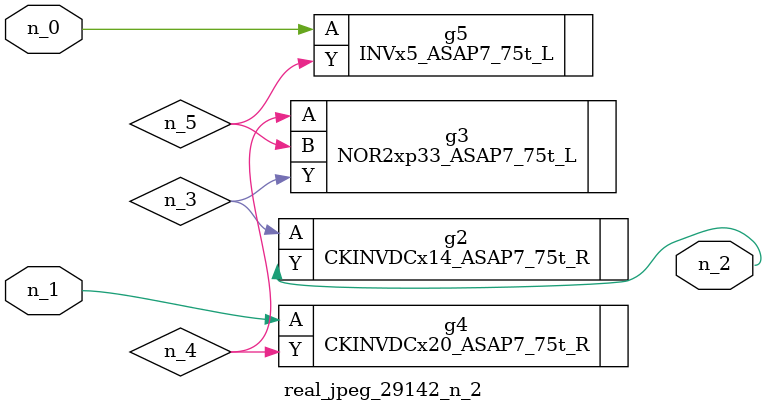
<source format=v>
module real_jpeg_29142_n_2 (n_1, n_0, n_2);

input n_1;
input n_0;

output n_2;

wire n_5;
wire n_4;
wire n_3;

INVx5_ASAP7_75t_L g5 ( 
.A(n_0),
.Y(n_5)
);

CKINVDCx20_ASAP7_75t_R g4 ( 
.A(n_1),
.Y(n_4)
);

CKINVDCx14_ASAP7_75t_R g2 ( 
.A(n_3),
.Y(n_2)
);

NOR2xp33_ASAP7_75t_L g3 ( 
.A(n_4),
.B(n_5),
.Y(n_3)
);


endmodule
</source>
